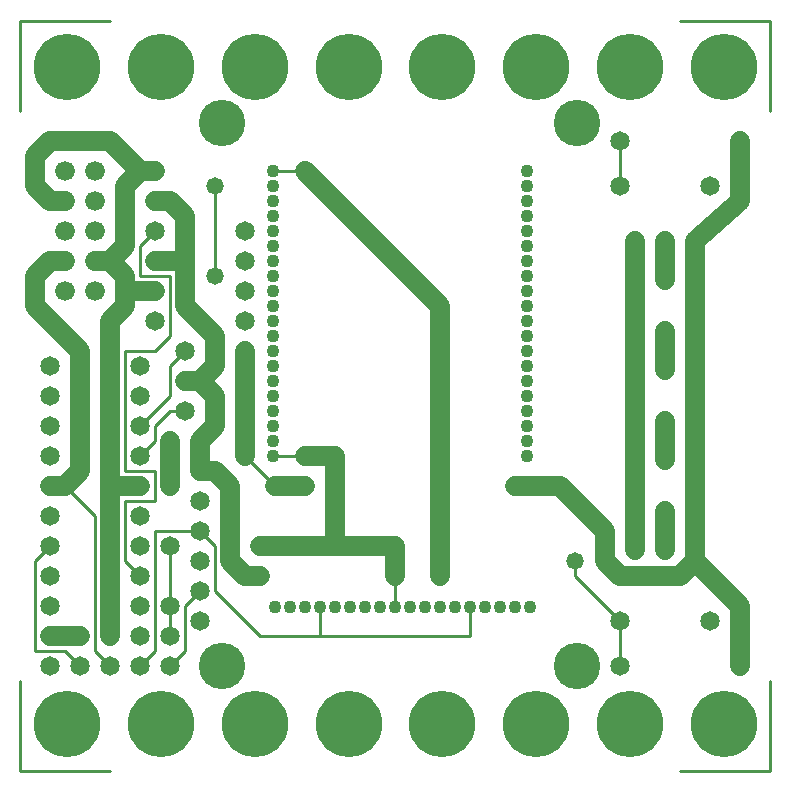
<source format=gtl>
%MOIN*%
%FSLAX25Y25*%
G04 D10 used for Character Trace; *
G04     Circle (OD=.01000) (No hole)*
G04 D11 used for Power Trace; *
G04     Circle (OD=.06500) (No hole)*
G04 D12 used for Signal Trace; *
G04     Circle (OD=.01100) (No hole)*
G04 D13 used for Via; *
G04     Circle (OD=.05800) (Round. Hole ID=.02800)*
G04 D14 used for Component hole; *
G04     Circle (OD=.06500) (Round. Hole ID=.03500)*
G04 D15 used for Component hole; *
G04     Circle (OD=.06600) (Round. Hole ID=.04200)*
G04 D16 used for Component hole; *
G04     Circle (OD=.08200) (Round. Hole ID=.05200)*
G04 D17 used for Component hole; *
G04     Circle (OD=.09000) (Round. Hole ID=.06000)*
G04 D18 used for Component hole; *
G04     Circle (OD=.11600) (Round. Hole ID=.08600)*
G04 D19 used for Component hole; *
G04     Circle (OD=.15500) (Round. Hole ID=.12500)*
G04 D20 used for Component hole; *
G04     Circle (OD=.04300) (Round. Hole ID=.03300)*
G04 D21 used for Component hole; *
G04     Circle (OD=.22100) (Round. Hole ID=.19100)*
%ADD10C,.01000*%
%ADD11C,.06500*%
%ADD12C,.01100*%
%ADD13C,.05800*%
%ADD14C,.06500*%
%ADD15C,.06600*%
%ADD16C,.08200*%
%ADD17C,.09000*%
%ADD18C,.11600*%
%ADD19C,.15500*%
%ADD20C,.04300*%
%ADD21C,.22100*%
%IPPOS*%
%LPD*%
G90*X0Y0D02*D21*X15625Y15625D03*D12*X0Y0D02*      
X30000D01*X0D02*Y30000D01*X5000Y40000D02*         
X15000D01*X20000Y35000D01*D14*D03*D12*X30000D02*  
X25000Y40000D01*D14*X30000Y35000D03*D12*          
X25000Y40000D02*Y85000D01*X15000Y95000D01*D11*    
X10000D01*D14*D03*D11*X15000D02*X20000Y100000D01* 
Y140000D01*X5000Y155000D01*Y165000D01*            
X10000Y170000D01*X15000D01*D15*D03*               
X25000Y160000D03*Y180000D03*Y170000D03*D11*       
X30000D01*X35000Y165000D01*Y160000D01*Y155000D01* 
X30000Y150000D01*Y95000D01*Y45000D01*D14*D03*     
X40000Y35000D03*D12*X45000Y40000D01*Y80000D01*    
X60000D01*D14*D03*D12*X65000Y75000D01*Y60000D01*  
X80000Y45000D01*X100000D01*X150000D01*Y54400D01*  
D20*D03*X155000D03*X145000D03*D13*                
X140000Y65000D03*D11*Y155000D01*X95000Y200000D01* 
D12*X84200D01*D20*D03*Y195000D03*Y190000D03*      
Y185000D03*D19*X67300Y215700D03*D14*              
X75000Y180000D03*D20*X84200D03*D13*               
X65000Y195000D03*D12*Y165000D01*D13*D03*D11*      
Y145000D02*X55000Y155000D01*X65000Y135000D02*     
Y145000D01*X60000Y130000D02*X65000Y135000D01*     
Y125000D02*X60000Y130000D01*X65000Y115000D02*     
Y125000D01*X60000Y110000D02*X65000Y115000D01*D14* 
X60000Y110000D03*D11*Y100000D01*D14*D03*D11*      
X65000D01*X70000Y95000D01*Y70000D01*              
X75000Y65000D01*X80000D01*D14*D03*D20*            
X90000Y54400D03*D14*X80000Y75000D03*D11*          
X105000D01*X125000D01*Y65000D01*D12*Y54400D01*D20*
D03*X130000D03*X120000D03*X135000D03*X115000D03*  
X140000D03*X110000D03*D11*X105000Y75000D02*       
Y105000D01*X95000D01*D12*X84200D01*D20*D03*       
Y110000D03*D13*X95000Y95000D03*D11*X85000D01*D12* 
X75000Y105000D01*D11*Y140000D01*D13*D03*D20*      
X84200Y130000D03*Y150000D03*Y135000D03*Y140000D03*
D14*X75000Y150000D03*D20*X84200Y145000D03*        
Y155000D03*D11*X55000Y130000D02*X60000D01*D14*    
X55000D03*D12*X50000Y125000D02*Y135000D01*        
X40000Y115000D02*X50000Y125000D01*D14*            
X40000Y115000D03*D12*Y105000D02*X45000Y110000D01* 
D14*X40000Y105000D03*D12*X45000Y90000D02*         
Y100000D01*X35000Y90000D02*X45000D01*             
X35000Y70000D02*Y90000D01*X40000Y65000D02*        
X35000Y70000D01*D14*X40000Y65000D03*              
X50000Y55000D03*D12*Y45000D01*D14*D03*D12*        
Y35000D02*X55000Y40000D01*D14*X50000Y35000D03*D12*
X55000Y40000D02*Y55000D01*X60000Y60000D01*D14*D03*
Y70000D03*Y50000D03*D12*X50000Y55000D02*Y75000D01*
D14*D03*X40000Y85000D03*Y75000D03*X60000Y90000D03*
D11*X30000Y95000D02*X40000D01*D14*D03*D12*        
X35000Y100000D02*X45000D01*X35000D02*Y140000D01*  
X45000D01*X50000Y145000D01*Y165000D01*X40000D01*  
Y175000D01*X45000Y180000D01*D14*D03*D11*          
X55000Y155000D02*Y170000D01*D14*X45000Y160000D03* 
D11*X35000D01*D14*X45000Y150000D03*Y170000D03*D11*
X55000D01*Y185000D01*X50000Y190000D01*X45000D01*  
D14*D03*D11*X35000Y175000D02*Y195000D01*          
X30000Y170000D02*X35000Y175000D01*D15*            
X15000Y180000D03*Y160000D03*D11*X10000Y190000D02* 
X15000D01*D15*D03*D11*X10000D02*X5000Y195000D01*  
Y205000D01*X10000Y210000D01*X30000D01*            
X40000Y200000D01*X35000Y195000D01*                
X40000Y200000D02*X45000D01*D14*D03*D15*X25000D03* 
Y190000D03*D14*X75000Y170000D03*D15*              
X15000Y200000D03*D21*X78125Y234375D03*X46875D03*  
X15625D03*D20*X84200Y160000D03*Y165000D03*        
Y170000D03*Y175000D03*D14*X75000Y160000D03*D12*   
X0Y220000D02*Y250000D01*X30000D01*D21*            
X109375Y234375D03*X140625D03*D14*X55000Y140000D03*
D12*X50000Y135000D01*D14*X40000Y125000D03*        
Y135000D03*D12*X45000Y115000D02*X50000Y120000D01* 
X45000Y110000D02*Y115000D01*D14*X50000Y110000D03* 
D11*Y95000D01*D14*D03*X55000Y120000D03*D12*       
X50000D01*D20*X84200Y115000D03*Y120000D03*        
Y125000D03*D14*X10000Y135000D03*Y125000D03*       
Y115000D03*Y105000D03*Y85000D03*Y75000D03*D12*    
X5000Y70000D01*Y40000D01*D14*X10000Y35000D03*     
Y45000D03*D11*X20000D01*D14*D03*X10000Y55000D03*  
X40000Y45000D03*Y55000D03*X10000Y65000D03*D21*    
X46875Y15625D03*D19*X67300Y34700D03*D21*          
X78125Y15625D03*D20*X85000Y54400D03*X95000D03*D12*
X100000Y45000D02*Y54400D01*D20*D03*X105000D03*D21*
X140625Y15625D03*X109375D03*D20*X160000Y54400D03* 
X165000D03*D13*Y95000D03*D11*X180000D01*          
X195000Y80000D01*Y70000D01*X200000Y65000D01*      
X220000D01*X225000Y70000D01*X240000Y55000D01*     
Y35000D01*D14*D03*D12*X250000Y0D02*Y30000D01*     
X220000Y0D02*X250000D01*D21*X234375Y15625D03*     
X203125D03*D19*X185400Y34700D03*D14*              
X200000Y35000D03*D12*Y50000D01*D14*D03*D12*       
X185000Y65000D01*Y70000D01*D13*D03*D20*           
X170000Y54400D03*D14*X205000Y73500D03*D11*        
Y86500D01*D14*D03*D11*Y103500D01*D14*D03*D11*     
Y116500D01*D14*D03*D11*Y133500D01*D14*D03*D11*    
Y146500D01*D14*D03*D11*Y163500D01*D14*D03*D11*    
Y176500D01*D14*D03*X215000Y163500D03*D11*         
Y176500D01*D14*D03*X225000Y163500D03*D11*         
Y146500D01*D14*D03*D11*Y133500D01*D14*D03*D11*    
Y116500D01*D14*D03*D11*Y103500D01*D14*D03*D11*    
Y86500D01*D14*D03*D11*Y73500D01*D14*D03*D11*      
Y70000D01*D14*X215000Y73500D03*D11*Y86500D01*D14* 
D03*Y103500D03*D11*Y116500D01*D14*D03*Y133500D03* 
D11*Y146500D01*D14*D03*D11*X225000Y163500D02*     
Y176500D01*D14*D03*D11*X240000Y190000D01*         
Y210000D01*D14*D03*D12*X250000Y220000D02*         
Y250000D01*X220000D01*D21*X234375Y234375D03*      
X203125D03*D19*X185400Y215700D03*D14*             
X200000Y210000D03*D12*Y195000D01*D14*D03*D20*     
X168800Y165000D03*Y200000D03*D14*                 
X230000Y195000D03*D20*X168800D03*Y190000D03*      
Y185000D03*Y180000D03*Y175000D03*Y170000D03*      
Y160000D03*Y155000D03*D21*X171875Y234375D03*D20*  
X168800Y150000D03*Y145000D03*Y140000D03*          
Y135000D03*Y130000D03*Y125000D03*Y120000D03*      
Y115000D03*Y110000D03*Y105000D03*D14*             
X230000Y50000D03*D21*X171875Y15625D03*M02*        

</source>
